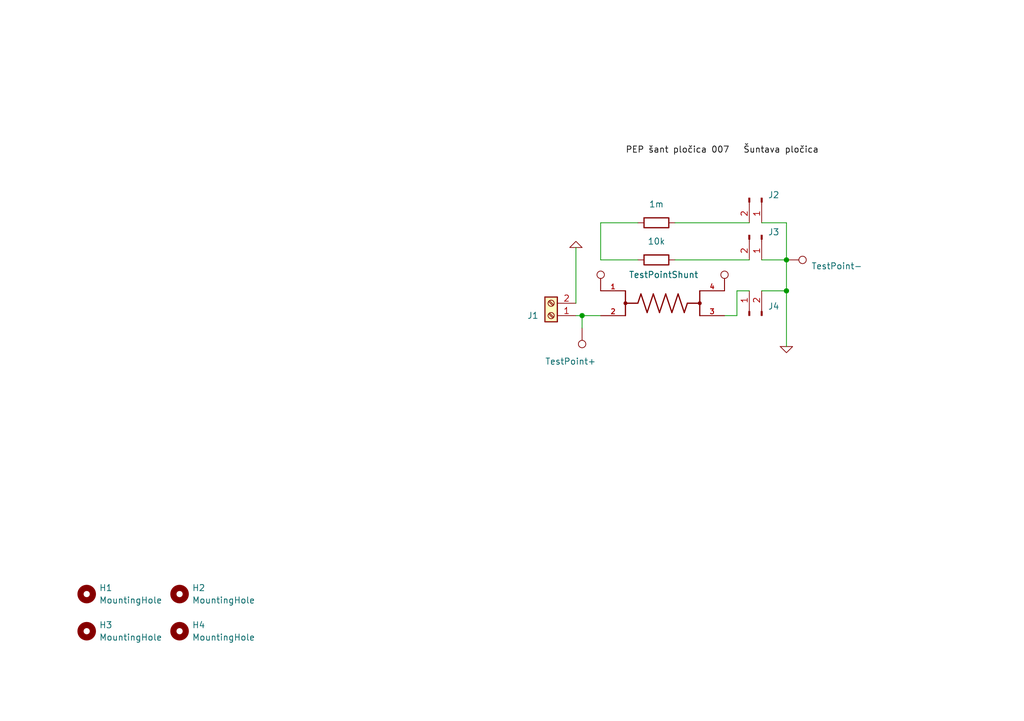
<source format=kicad_sch>
(kicad_sch (version 20231120) (generator "eeschema") (generator_version "8.0")
  (paper "A5")
  (lib_symbols
    (symbol "Connector:Conn_01x02_Pin" (pin_names (offset 1.016) hide)
      (property "Reference" "J" (at 0 2.54 0))
      (property "Value" "Conn_01x02_Pin" (at 0 -5.08 0))
      (symbol "Conn_01x02_Pin_1_1"
        (polyline (pts (xy 1.27 -2.54) (xy 0.8636 -2.54)) (stroke (width 0.1524)))
        (polyline (pts (xy 1.27 0) (xy 0.8636 0)) (stroke (width 0.1524)))
        (rectangle (start 0.8636 -2.413) (end 0 -2.667) (stroke (width 0.1524)) (fill (type outline)))
        (rectangle (start 0.8636 0.127) (end 0 -0.127) (stroke (width 0.1524)) (fill (type outline)))
        (pin passive line (at 5.08 0 180) (length 3.81) (name "Pin_1") (number "1"))
        (pin passive line (at 5.08 -2.54 180) (length 3.81) (name "Pin_2") (number "2"))
      )
    )
    (symbol "Connector:Screw_Terminal_01x02" (pin_names (offset 1.016) hide)
      (property "Reference" "J" (at 0 2.54 0))
      (property "Value" "Screw_Terminal_01x02" (at 0 -5.08 0))
      (symbol "Screw_Terminal_01x02_1_1"
        (rectangle (start -1.27 1.27) (end 1.27 -3.81) (stroke (width 0.254)) (fill (type background)))
        (circle (center 0 -2.54) (radius 0.635) (stroke (width 0.1524)))
        (polyline (pts (xy -0.5334 -2.2098) (xy 0.3302 -3.048)) (stroke (width 0.1524)))
        (polyline (pts (xy -0.5334 0.3302) (xy 0.3302 -0.508)) (stroke (width 0.1524)))
        (polyline (pts (xy -0.3556 -2.032) (xy 0.508 -2.8702)) (stroke (width 0.1524)))
        (polyline (pts (xy -0.3556 0.508) (xy 0.508 -0.3302)) (stroke (width 0.1524)))
        (circle (center 0 0) (radius 0.635) (stroke (width 0.1524)))
        (pin passive line (at -5.08 0 0) (length 3.81) (name "Pin_1") (number "1"))
        (pin passive line (at -5.08 -2.54 0) (length 3.81) (name "Pin_2") (number "2"))
      )
    )
    (symbol "Connector:TestPoint" (pin_numbers hide) (pin_names (offset 0.762) hide)
      (property "Reference" "TP" (at 0 6.858 0))
      (property "Value" "TestPoint" (at 0 5.08 0))
      (symbol "TestPoint_0_1"
        (circle (center 0 3.302) (radius 0.762))
      )
      (symbol "TestPoint_1_1"
        (pin passive line (at 0 0 90) (length 2.54) (name "1") (number "1"))
      )
    )
    (symbol "Device:R" (pin_numbers hide) (pin_names (offset 0))
      (property "Reference" "R" (at 2.032 0 90))
      (property "Value" "R" (at 0 0 90))
      (symbol "R_0_1"
        (rectangle (start -1.016 -2.54) (end 1.016 2.54) (stroke (width 0.254)))
      )
      (symbol "R_1_1"
        (pin passive line (at 0 3.81 270) (length 1.27) (name "~") (number "1"))
        (pin passive line (at 0 -3.81 90) (length 1.27) (name "~") (number "2"))
      )
    )
    (symbol "Mechanical:MountingHole" (pin_names (offset 1.016))
      (property "Reference" "H" (at 0 5.08 0))
      (property "Value" "MountingHole" (at 0 3.175 0))
      (symbol "MountingHole_0_1"
        (circle (center 0 0) (radius 1.27) (stroke (width 1.27)))
      )
    )
    (symbol "Simulation_SPICE:0" (power) (pin_names (offset 0))
      (property "Value" "0" (at 0 -1.778 0))
      (symbol "0_0_1"
        (polyline (pts (xy -1.27 0) (xy 0 -1.27) (xy 1.27 0) (xy -1.27 0)))
      )
      (symbol "0_1_1"
        (pin power_in line (at 0 0 0) (length 0) hide (name "0") (number "1"))
      )
    )
    (symbol "WSK12161L000FEA:WSK12161L000FEA" (pin_names (offset 1.016))
      (property "Reference" "R" (at -5.08 5.08 0))
      (property "Value" "WSK12161L000FEA" (at -5.08 -7.62 0))
      (symbol "WSK12161L000FEA_0_0"
        (circle (center -7.62 0) (radius 0.2) (stroke (width 0.4)))
        (polyline (pts (xy -7.62 0) (xy -7.62 -2.54)) (stroke (width 0.254)))
        (polyline (pts (xy -7.62 0) (xy -5.08 0)) (stroke (width 0.254)))
        (polyline (pts (xy -7.62 2.54) (xy -7.62 0)) (stroke (width 0.254)))
        (polyline (pts (xy -5.08 0) (xy -4.445 1.905)) (stroke (width 0.254)))
        (polyline (pts (xy -4.445 1.905) (xy -3.175 -1.905)) (stroke (width 0.254)))
        (polyline (pts (xy -3.175 -1.905) (xy -1.905 1.905)) (stroke (width 0.254)))
        (polyline (pts (xy -1.905 1.905) (xy -0.635 -1.905)) (stroke (width 0.254)))
        (polyline (pts (xy -0.635 -1.905) (xy 0.635 1.905)) (stroke (width 0.254)))
        (polyline (pts (xy 0.635 1.905) (xy 1.905 -1.905)) (stroke (width 0.254)))
        (polyline (pts (xy 1.905 -1.905) (xy 3.175 1.905)) (stroke (width 0.254)))
        (polyline (pts (xy 3.175 1.905) (xy 4.445 -1.905)) (stroke (width 0.254)))
        (polyline (pts (xy 4.445 -1.905) (xy 5.08 0)) (stroke (width 0.254)))
        (polyline (pts (xy 7.62 0) (xy 5.08 0)) (stroke (width 0.254)))
        (polyline (pts (xy 7.62 0) (xy 7.62 -2.54)) (stroke (width 0.254)))
        (polyline (pts (xy 7.62 2.54) (xy 7.62 0)) (stroke (width 0.254)))
        (circle (center 7.62 0) (radius 0.2) (stroke (width 0.4)))
        (pin passive line (at -12.7 2.54 0) (length 5.08) (name "~") (number "1"))
        (pin passive line (at -12.7 -2.54 0) (length 5.08) (name "~") (number "2"))
        (pin passive line (at 12.7 -2.54 180) (length 5.08) (name "~") (number "3"))
        (pin passive line (at 12.7 2.54 180) (length 5.08) (name "~") (number "4"))
      )
    )
  )
  (junction (at 161.29 53.34))
  (junction (at 161.29 59.69))
  (junction (at 119.38 64.77))
  (wire (pts (xy 161.29 45.72) (xy 161.29 53.34)))
  (wire (pts (xy 151.13 64.77) (xy 151.13 59.69)))
  (wire (pts (xy 118.11 62.23) (xy 118.11 50.8)))
  (wire (pts (xy 138.43 45.72) (xy 153.67 45.72)))
  (wire (pts (xy 119.38 64.77) (xy 123.19 64.77)))
  (wire (pts (xy 123.19 53.34) (xy 130.81 53.34)))
  (wire (pts (xy 123.19 45.72) (xy 123.19 53.34)))
  (wire (pts (xy 118.11 64.77) (xy 119.38 64.77)))
  (wire (pts (xy 151.13 59.69) (xy 153.67 59.69)))
  (wire (pts (xy 148.59 64.77) (xy 151.13 64.77)))
  (wire (pts (xy 156.21 59.69) (xy 161.29 59.69)))
  (wire (pts (xy 156.21 45.72) (xy 161.29 45.72)))
  (wire (pts (xy 123.19 45.72) (xy 130.81 45.72)))
  (wire (pts (xy 156.21 53.34) (xy 161.29 53.34)))
  (wire (pts (xy 161.29 53.34) (xy 161.29 59.69)))
  (wire (pts (xy 161.29 59.69) (xy 161.29 71.12)))
  (wire (pts (xy 119.38 67.31) (xy 119.38 64.77)))
  (wire (pts (xy 138.43 53.34) (xy 153.67 53.34)))
  (label "Šuntava pločica" (at 152.4 31.75 0))
  (label "PEP šant pločica 007" (at 128.27 31.75 0))
  (symbol (lib_id "Mechanical:MountingHole") (at 17.78 129.54 0) (unit 1)
    (property "Reference" "H3" (at 20.32 128.27 0) (effects (justify left)))
    (property "Value" "MountingHole" (at 20.32 130.81 0) (effects (justify left)))
    (property "Footprint" "MountingHole:MountingHole_3.2mm_M3_ISO14580_Pad_TopBottom" (effects (hide yes)))
  )
  (symbol (lib_id "Connector:TestPoint") (at 123.19 59.69 0) (unit 1)
    (property "Reference" "TP5" (effects (hide yes)))
    (property "Value" "TestPointShunt" (at 143.256 56.388 0) (effects (justify right)))
    (property "Footprint" "TestPoint:TestPoint_Pad_D1.5mm" (effects (hide yes)))
    (property "Description" "test point" (effects (hide yes)))
  )
  (symbol (lib_id "Connector:Screw_Terminal_01x02") (at 113.03 64.77 180) (unit 1) (exclude_from_sim yes)
    (property "Reference" "J1" (at 110.49 64.77 0) (effects (justify left)))
    (property "Value" "Screw_Terminal_01x02" (effects (hide yes)))
    (property "Footprint" "TerminalBlock_Phoenix:TerminalBlock_Phoenix_MKDS-1,5-2-5.08_1x02_P5.08mm_Horizontal" (effects (hide yes)))
  )
  (symbol (lib_id "Connector:Conn_01x02_Pin") (at 156.21 48.26 270) (unit 1)
    (property "Reference" "J3" (at 157.48 47.6249 90) (effects (justify left)))
    (property "Value" "Conn_01x02_Pin" (effects (hide yes)))
    (property "Footprint" "Connector_PinHeader_1.00mm:PinHeader_1x02_P1.00mm_Vertical" (effects (hide yes)))
    (property "Description" "Generic connector, single row, 01x02, script generated" (effects (hide yes)))
  )
  (symbol (lib_id "Connector:Conn_01x02_Pin") (at 156.21 40.64 270) (unit 1)
    (property "Reference" "J2" (at 157.48 40.0049 90) (effects (justify left)))
    (property "Value" "Conn_01x02_Pin" (effects (hide yes)))
    (property "Footprint" "Connector_PinHeader_1.00mm:PinHeader_1x02_P1.00mm_Vertical" (effects (hide yes)))
    (property "Description" "Generic connector, single row, 01x02, script generated" (effects (hide yes)))
  )
  (symbol (lib_id "Mechanical:MountingHole") (at 36.83 121.92 0) (unit 1)
    (property "Reference" "H2" (at 39.37 120.65 0) (effects (justify left)))
    (property "Value" "MountingHole" (at 39.37 123.19 0) (effects (justify left)))
    (property "Footprint" "MountingHole:MountingHole_3.2mm_M3_ISO14580_Pad_TopBottom" (effects (hide yes)))
  )
  (symbol (lib_id "Mechanical:MountingHole") (at 17.78 121.92 0) (unit 1)
    (property "Reference" "H1" (at 20.32 120.65 0) (effects (justify left)))
    (property "Value" "MountingHole" (at 20.32 123.19 0) (effects (justify left)))
    (property "Footprint" "MountingHole:MountingHole_3.2mm_M3_ISO14580_Pad_TopBottom" (effects (hide yes)))
  )
  (symbol (lib_id "Device:R") (at 134.62 45.72 90) (unit 1)
    (property "Reference" "R1" (effects (hide yes)))
    (property "Value" "1m" (at 134.62 41.91 90))
    (property "Footprint" "Resistor_SMD:R_1206_3216Metric_Pad1.30x1.75mm_HandSolder" (effects (hide yes)))
    (property "Description" "Resistor" (effects (hide yes)))
  )
  (symbol (lib_id "Connector:TestPoint") (at 119.38 67.31 180) (unit 1)
    (property "Reference" "TP4" (effects (hide yes)))
    (property "Value" "TestPoint+" (at 111.76 74.168 0) (effects (justify right)))
    (property "Footprint" "TestPoint:TestPoint_Pad_D1.5mm" (effects (hide yes)))
    (property "Description" "test point" (effects (hide yes)))
  )
  (symbol (lib_id "Mechanical:MountingHole") (at 36.83 129.54 0) (unit 1)
    (property "Reference" "H4" (at 39.37 128.27 0) (effects (justify left)))
    (property "Value" "MountingHole" (at 39.37 130.81 0) (effects (justify left)))
    (property "Footprint" "MountingHole:MountingHole_3.2mm_M3_ISO14580_Pad_TopBottom" (effects (hide yes)))
  )
  (symbol (lib_id "Simulation_SPICE:0") (at 161.29 71.12 0) (unit 1)
    (property "Reference" "#GND01" (effects (hide yes)))
    (property "Value" "0" (effects (hide yes)))
  )
  (symbol (lib_id "Connector:TestPoint") (at 161.29 53.34 270) (unit 1)
    (property "Reference" "TP1" (effects (hide yes)))
    (property "Value" "TestPoint-" (at 166.37 54.6099 90) (effects (justify left)))
    (property "Footprint" "TestPoint:TestPoint_Pad_D1.5mm" (effects (hide yes)))
    (property "Description" "test point" (effects (hide yes)))
  )
  (symbol (lib_id "WSK12161L000FEA:WSK12161L000FEA") (at 135.89 62.23 0) (unit 1)
    (property "Reference" "R7" (effects (hide yes)))
    (property "Value" "WSK12161" (effects (hide yes)))
    (property "Footprint" "45x45_template-master:RES_WSK12161L000FEA" (effects (hide yes)))
    (property "MF" "Vishay Dale" (effects (hide yes)))
    (property "SNAPEDA_PACKAGE_ID" "43889" (effects (hide yes)))
    (property "Package" "1216 Vishay Dale" (effects (hide yes)))
    (property "Price" "None" (effects (hide yes)))
    (property "Check_prices" "https://www.snapeda.com/parts/WSK12161L000FEA/Vishay+Dale/view-part/?ref=eda" (effects (hide yes)))
    (property "STANDARD" "Manufacturer Recommendations" (effects (hide yes)))
    (property "PARTREV" "02-Aug-2024" (effects (hide yes)))
    (property "SnapEDA_Link" "https://www.snapeda.com/parts/WSK12161L000FEA/Vishay+Dale/view-part/?ref=snap" (effects (hide yes)))
    (property "MP" "WSK12161L000FEA" (effects (hide yes)))
    (property "Description_1" "\n                        \n                            1 mOhms ±1% 3W Chip Resistor Wide 1612 (3831 Metric), 1216 Anti-Sulfur, Automotive AEC-Q200, Current Sense, Pulse Withstanding Metal Element\n                        \n" (effects (hide yes)))
    (property "MANUFACTURER" "Vishay" (effects (hide yes)))
    (property "Availability" "In Stock" (effects (hide yes)))
    (property "MAXIMUM_PACKAGE_HEIGHT" "1.9 mm" (effects (hide yes)))
  )
  (symbol (lib_id "Connector:TestPoint") (at 148.59 59.69 0) (unit 1)
    (property "Reference" "TP2" (effects (hide yes)))
    (property "Value" "TestPointShunt" (effects (hide yes)))
    (property "Footprint" "TestPoint:TestPoint_Pad_D1.5mm" (effects (hide yes)))
    (property "Description" "test point" (effects (hide yes)))
  )
  (symbol (lib_id "Simulation_SPICE:0") (at 118.11 50.8 180) (unit 1)
    (property "Reference" "#GND03" (effects (hide yes)))
    (property "Value" "0" (effects (hide yes)))
  )
  (symbol (lib_id "Device:R") (at 134.62 53.34 90) (unit 1)
    (property "Reference" "R2" (effects (hide yes)))
    (property "Value" "10k" (at 134.62 49.53 90))
    (property "Footprint" "Resistor_SMD:R_1206_3216Metric_Pad1.30x1.75mm_HandSolder" (effects (hide yes)))
    (property "Description" "Resistor" (effects (hide yes)))
  )
  (symbol (lib_id "Connector:Conn_01x02_Pin") (at 153.67 64.77 90) (unit 1)
    (property "Reference" "J4" (at 157.48 62.8649 90) (effects (justify right)))
    (property "Value" "Conn_01x02_Pin" (effects (hide yes)))
    (property "Footprint" "Connector_PinHeader_1.00mm:PinHeader_1x02_P1.00mm_Vertical" (effects (hide yes)))
    (property "Description" "Generic connector, single row, 01x02, script generated" (effects (hide yes)))
  )
)
</source>
